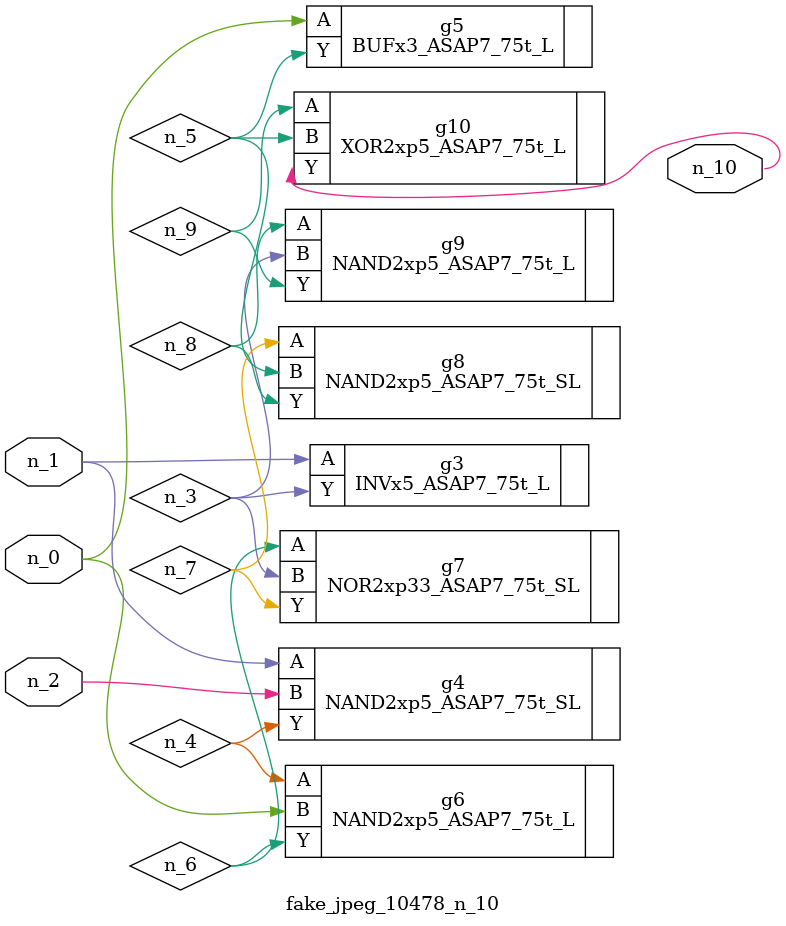
<source format=v>
module fake_jpeg_10478_n_10 (n_0, n_2, n_1, n_10);

input n_0;
input n_2;
input n_1;

output n_10;

wire n_3;
wire n_4;
wire n_8;
wire n_9;
wire n_6;
wire n_5;
wire n_7;

INVx5_ASAP7_75t_L g3 ( 
.A(n_1),
.Y(n_3)
);

NAND2xp5_ASAP7_75t_SL g4 ( 
.A(n_1),
.B(n_2),
.Y(n_4)
);

BUFx3_ASAP7_75t_L g5 ( 
.A(n_0),
.Y(n_5)
);

NAND2xp5_ASAP7_75t_L g6 ( 
.A(n_4),
.B(n_0),
.Y(n_6)
);

NOR2xp33_ASAP7_75t_SL g7 ( 
.A(n_6),
.B(n_3),
.Y(n_7)
);

NAND2xp5_ASAP7_75t_SL g8 ( 
.A(n_7),
.B(n_5),
.Y(n_8)
);

NAND2xp5_ASAP7_75t_L g9 ( 
.A(n_8),
.B(n_3),
.Y(n_9)
);

XOR2xp5_ASAP7_75t_L g10 ( 
.A(n_9),
.B(n_5),
.Y(n_10)
);


endmodule
</source>
